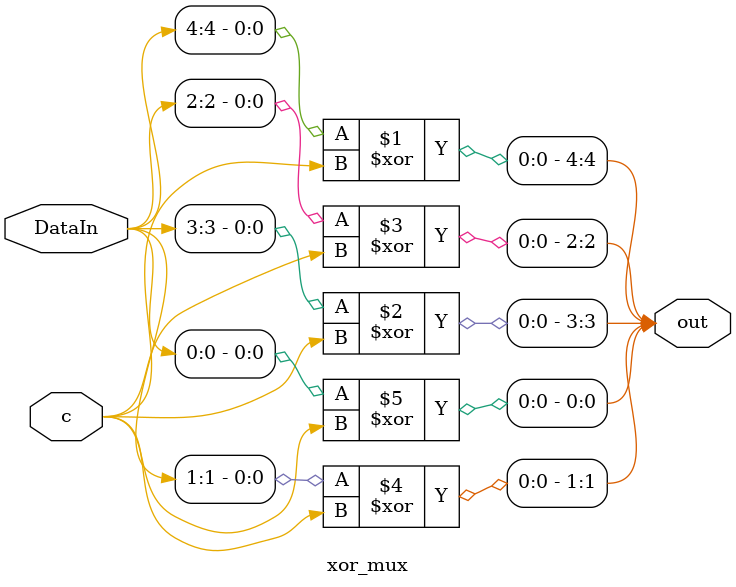
<source format=v>
module xor_mux(out, DataIn, c);
	output [4:0] out;
	input [4:0] DataIn;
	input c;
	xor (out[4], DataIn[4], c);
	xor (out[3], DataIn[3], c);
	xor (out[2], DataIn[2], c);
	xor (out[1], DataIn[1], c);
	xor (out[0], DataIn[0], c);
endmodule
</source>
